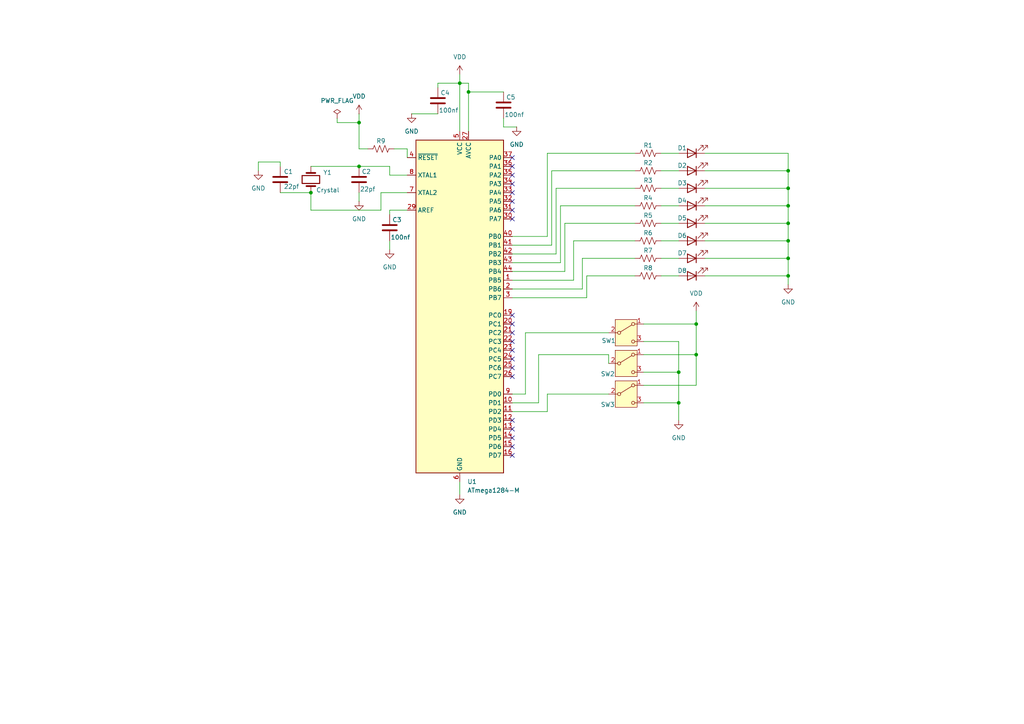
<source format=kicad_sch>
(kicad_sch (version 20231120) (generator "eeschema") (generator_version "8.0")
  (paper "A4")
  (lib_symbols
    (symbol "Device:C" (pin_numbers hide) (pin_names (offset 0.254))
      (property "Reference" "C" (at 0.635 2.54 0))
      (property "Value" "C" (at 0.635 -2.54 0))
      (symbol "C_0_1"
        (polyline (pts (xy -2.032 -0.762) (xy 2.032 -0.762)) (stroke (width 0.508)))
        (polyline (pts (xy -2.032 0.762) (xy 2.032 0.762)) (stroke (width 0.508)))
      )
      (symbol "C_1_1"
        (pin passive line (at 0 3.81 270) (length 2.794) (name "~") (number "1"))
        (pin passive line (at 0 -3.81 90) (length 2.794) (name "~") (number "2"))
      )
    )
    (symbol "Device:Crystal" (pin_numbers hide) (pin_names (offset 1.016) hide)
      (property "Reference" "Y" (at 0 3.81 0))
      (property "Value" "Crystal" (at 0 -3.81 0))
      (symbol "Crystal_0_1"
        (rectangle (start -1.143 2.54) (end 1.143 -2.54) (stroke (width 0.3048)))
        (polyline (pts (xy -2.54 0) (xy -1.905 0)))
        (polyline (pts (xy -1.905 -1.27) (xy -1.905 1.27)) (stroke (width 0.508)))
        (polyline (pts (xy 1.905 -1.27) (xy 1.905 1.27)) (stroke (width 0.508)))
        (polyline (pts (xy 2.54 0) (xy 1.905 0)))
      )
      (symbol "Crystal_1_1"
        (pin passive line (at -3.81 0 0) (length 1.27) (name "1") (number "1"))
        (pin passive line (at 3.81 0 180) (length 1.27) (name "2") (number "2"))
      )
    )
    (symbol "Device:LED" (pin_numbers hide) (pin_names (offset 1.016) hide)
      (property "Reference" "D" (at 0 2.54 0))
      (property "Value" "LED" (at 0 -2.54 0))
      (symbol "LED_0_1"
        (polyline (pts (xy -1.27 -1.27) (xy -1.27 1.27)) (stroke (width 0.254)))
        (polyline (pts (xy -1.27 0) (xy 1.27 0)))
        (polyline (pts (xy 1.27 -1.27) (xy 1.27 1.27) (xy -1.27 0) (xy 1.27 -1.27)) (stroke (width 0.254)))
        (polyline (pts (xy -3.048 -0.762) (xy -4.572 -2.286) (xy -3.81 -2.286) (xy -4.572 -2.286) (xy -4.572 -1.524)))
        (polyline (pts (xy -1.778 -0.762) (xy -3.302 -2.286) (xy -2.54 -2.286) (xy -3.302 -2.286) (xy -3.302 -1.524)))
      )
      (symbol "LED_1_1"
        (pin passive line (at -3.81 0 0) (length 2.54) (name "K") (number "1"))
        (pin passive line (at 3.81 0 180) (length 2.54) (name "A") (number "2"))
      )
    )
    (symbol "Device:R_US" (pin_numbers hide) (pin_names (offset 0))
      (property "Reference" "R" (at 2.54 0 90))
      (property "Value" "R_US" (at -2.54 0 90))
      (symbol "R_US_0_1"
        (polyline (pts (xy 0 -2.286) (xy 0 -2.54)))
        (polyline (pts (xy 0 2.286) (xy 0 2.54)))
        (polyline (pts (xy 0 -0.762) (xy 1.016 -1.143) (xy 0 -1.524) (xy -1.016 -1.905) (xy 0 -2.286)))
        (polyline (pts (xy 0 0.762) (xy 1.016 0.381) (xy 0 0) (xy -1.016 -0.381) (xy 0 -0.762)))
        (polyline (pts (xy 0 2.286) (xy 1.016 1.905) (xy 0 1.524) (xy -1.016 1.143) (xy 0 0.762)))
      )
      (symbol "R_US_1_1"
        (pin passive line (at 0 3.81 270) (length 1.27) (name "~") (number "1"))
        (pin passive line (at 0 -3.81 90) (length 1.27) (name "~") (number "2"))
      )
    )
    (symbol "MCU_Microchip_ATmega:ATmega1284-M"
      (property "Reference" "U" (at -12.7 49.53 0))
      (property "Value" "ATmega1284-M" (at 2.54 -49.53 0))
      (symbol "ATmega1284-M_0_1"
        (rectangle (start -12.7 -48.26) (end 12.7 48.26) (stroke (width 0.254)) (fill (type background)))
      )
      (symbol "ATmega1284-M_1_1"
        (pin bidirectional line (at 15.24 7.62 180) (length 2.54) (name "PB5") (number "1"))
        (pin bidirectional line (at 15.24 -27.94 180) (length 2.54) (name "PD1") (number "10"))
        (pin bidirectional line (at 15.24 -30.48 180) (length 2.54) (name "PD2") (number "11"))
        (pin bidirectional line (at 15.24 -33.02 180) (length 2.54) (name "PD3") (number "12"))
        (pin bidirectional line (at 15.24 -35.56 180) (length 2.54) (name "PD4") (number "13"))
        (pin bidirectional line (at 15.24 -38.1 180) (length 2.54) (name "PD5") (number "14"))
        (pin bidirectional line (at 15.24 -40.64 180) (length 2.54) (name "PD6") (number "15"))
        (pin bidirectional line (at 15.24 -43.18 180) (length 2.54) (name "PD7") (number "16"))
        (pin passive line (at 0 50.8 270) (length 2.54) hide (name "VCC") (number "17"))
        (pin passive line (at 0 -50.8 90) (length 2.54) hide (name "GND") (number "18"))
        (pin bidirectional line (at 15.24 -2.54 180) (length 2.54) (name "PC0") (number "19"))
        (pin bidirectional line (at 15.24 5.08 180) (length 2.54) (name "PB6") (number "2"))
        (pin bidirectional line (at 15.24 -5.08 180) (length 2.54) (name "PC1") (number "20"))
        (pin bidirectional line (at 15.24 -7.62 180) (length 2.54) (name "PC2") (number "21"))
        (pin bidirectional line (at 15.24 -10.16 180) (length 2.54) (name "PC3") (number "22"))
        (pin bidirectional line (at 15.24 -12.7 180) (length 2.54) (name "PC4") (number "23"))
        (pin bidirectional line (at 15.24 -15.24 180) (length 2.54) (name "PC5") (number "24"))
        (pin bidirectional line (at 15.24 -17.78 180) (length 2.54) (name "PC6") (number "25"))
        (pin bidirectional line (at 15.24 -20.32 180) (length 2.54) (name "PC7") (number "26"))
        (pin power_in line (at 2.54 50.8 270) (length 2.54) (name "AVCC") (number "27"))
        (pin passive line (at 0 -50.8 90) (length 2.54) hide (name "GND") (number "28"))
        (pin passive line (at -15.24 27.94 0) (length 2.54) (name "AREF") (number "29"))
        (pin bidirectional line (at 15.24 2.54 180) (length 2.54) (name "PB7") (number "3"))
        (pin bidirectional line (at 15.24 25.4 180) (length 2.54) (name "PA7") (number "30"))
        (pin bidirectional line (at 15.24 27.94 180) (length 2.54) (name "PA6") (number "31"))
        (pin bidirectional line (at 15.24 30.48 180) (length 2.54) (name "PA5") (number "32"))
        (pin bidirectional line (at 15.24 33.02 180) (length 2.54) (name "PA4") (number "33"))
        (pin bidirectional line (at 15.24 35.56 180) (length 2.54) (name "PA3") (number "34"))
        (pin bidirectional line (at 15.24 38.1 180) (length 2.54) (name "PA2") (number "35"))
        (pin bidirectional line (at 15.24 40.64 180) (length 2.54) (name "PA1") (number "36"))
        (pin bidirectional line (at 15.24 43.18 180) (length 2.54) (name "PA0") (number "37"))
        (pin passive line (at 0 50.8 270) (length 2.54) hide (name "VCC") (number "38"))
        (pin passive line (at 0 -50.8 90) (length 2.54) hide (name "GND") (number "39"))
        (pin input line (at -15.24 43.18 0) (length 2.54) (name "~{RESET}") (number "4"))
        (pin bidirectional line (at 15.24 20.32 180) (length 2.54) (name "PB0") (number "40"))
        (pin bidirectional line (at 15.24 17.78 180) (length 2.54) (name "PB1") (number "41"))
        (pin bidirectional line (at 15.24 15.24 180) (length 2.54) (name "PB2") (number "42"))
        (pin bidirectional line (at 15.24 12.7 180) (length 2.54) (name "PB3") (number "43"))
        (pin bidirectional line (at 15.24 10.16 180) (length 2.54) (name "PB4") (number "44"))
        (pin passive line (at 0 -50.8 90) (length 2.54) hide (name "GND") (number "45"))
        (pin power_in line (at 0 50.8 270) (length 2.54) (name "VCC") (number "5"))
        (pin power_in line (at 0 -50.8 90) (length 2.54) (name "GND") (number "6"))
        (pin output line (at -15.24 33.02 0) (length 2.54) (name "XTAL2") (number "7"))
        (pin input line (at -15.24 38.1 0) (length 2.54) (name "XTAL1") (number "8"))
        (pin bidirectional line (at 15.24 -25.4 180) (length 2.54) (name "PD0") (number "9"))
      )
    )
    (symbol "Switch:SW_SPDT" (pin_names (offset 0) hide)
      (property "Reference" "SW" (at 0 5.08 0))
      (property "Value" "SW_SPDT" (at 0 -5.08 0))
      (symbol "SW_SPDT_0_1"
        (circle (center -2.032 0) (radius 0.4572))
        (polyline (pts (xy -1.651 0.254) (xy 1.651 2.286)))
        (circle (center 2.032 -2.54) (radius 0.4572))
        (circle (center 2.032 2.54) (radius 0.4572))
      )
      (symbol "SW_SPDT_1_1"
        (rectangle (start -3.175 3.81) (end 3.175 -3.81) (fill (type background)))
        (pin passive line (at 5.08 2.54 180) (length 2.54) (name "A") (number "1"))
        (pin passive line (at -5.08 0 0) (length 2.54) (name "B") (number "2"))
        (pin passive line (at 5.08 -2.54 180) (length 2.54) (name "C") (number "3"))
      )
    )
    (symbol "power:GND" (power) (pin_numbers hide) (pin_names (offset 0) hide)
      (property "Value" "GND" (at 0 -3.81 0))
      (symbol "GND_0_1"
        (polyline (pts (xy 0 0) (xy 0 -1.27) (xy 1.27 -1.27) (xy 0 -2.54) (xy -1.27 -1.27) (xy 0 -1.27)))
      )
      (symbol "GND_1_1"
        (pin power_in line (at 0 0 270) (length 0) (name "~") (number "1"))
      )
    )
    (symbol "power:PWR_FLAG" (power) (pin_numbers hide) (pin_names (offset 0) hide)
      (property "Value" "PWR_FLAG" (at 0 3.81 0))
      (symbol "PWR_FLAG_0_0"
        (pin power_out line (at 0 0 90) (length 0) (name "~") (number "1"))
      )
      (symbol "PWR_FLAG_0_1"
        (polyline (pts (xy 0 0) (xy 0 1.27) (xy -1.016 1.905) (xy 0 2.54) (xy 1.016 1.905) (xy 0 1.27)))
      )
    )
    (symbol "power:VDD" (power) (pin_numbers hide) (pin_names (offset 0) hide)
      (property "Value" "VDD" (at 0 3.556 0))
      (symbol "VDD_0_1"
        (polyline (pts (xy -0.762 1.27) (xy 0 2.54)))
        (polyline (pts (xy 0 0) (xy 0 2.54)))
        (polyline (pts (xy 0 2.54) (xy 0.762 1.27)))
      )
      (symbol "VDD_1_1"
        (pin power_in line (at 0 0 90) (length 0) (name "~") (number "1"))
      )
    )
  )
  (junction (at 201.93 102.87))
  (junction (at 90.17 55.88))
  (junction (at 228.6 69.85))
  (junction (at 228.6 59.69))
  (junction (at 135.89 26.67))
  (junction (at 104.14 35.56))
  (junction (at 228.6 80.01))
  (junction (at 201.93 93.98))
  (junction (at 228.6 74.93))
  (junction (at 196.85 107.95))
  (junction (at 228.6 49.53))
  (junction (at 228.6 54.61))
  (junction (at 104.14 48.26))
  (junction (at 228.6 64.77))
  (junction (at 196.85 116.84))
  (junction (at 133.35 24.13))
  (no_connect (at 148.59 109.22))
  (no_connect (at 148.59 104.14))
  (no_connect (at 148.59 121.92))
  (no_connect (at 148.59 129.54))
  (no_connect (at 148.59 48.26))
  (no_connect (at 148.59 50.8))
  (no_connect (at 148.59 127))
  (no_connect (at 148.59 99.06))
  (no_connect (at 148.59 58.42))
  (no_connect (at 148.59 45.72))
  (no_connect (at 148.59 106.68))
  (no_connect (at 148.59 91.44))
  (no_connect (at 148.59 124.46))
  (no_connect (at 148.59 93.98))
  (no_connect (at 148.59 60.96))
  (no_connect (at 148.59 132.08))
  (no_connect (at 148.59 96.52))
  (no_connect (at 148.59 63.5))
  (no_connect (at 148.59 101.6))
  (no_connect (at 148.59 55.88))
  (no_connect (at 148.59 53.34))
  (wire (pts (xy 110.49 60.96) (xy 90.17 60.96)))
  (wire (pts (xy 148.59 114.3) (xy 152.4 114.3)))
  (wire (pts (xy 201.93 102.87) (xy 201.93 93.98)))
  (wire (pts (xy 186.69 102.87) (xy 201.93 102.87)))
  (wire (pts (xy 104.14 55.88) (xy 104.14 58.42)))
  (wire (pts (xy 133.35 139.7) (xy 133.35 143.51)))
  (wire (pts (xy 118.11 50.8) (xy 113.03 50.8)))
  (wire (pts (xy 148.59 71.12) (xy 160.02 71.12)))
  (wire (pts (xy 204.47 59.69) (xy 228.6 59.69)))
  (wire (pts (xy 191.77 59.69) (xy 196.85 59.69)))
  (wire (pts (xy 113.03 62.23) (xy 113.03 60.96)))
  (wire (pts (xy 118.11 55.88) (xy 110.49 55.88)))
  (wire (pts (xy 161.29 73.66) (xy 148.59 73.66)))
  (wire (pts (xy 228.6 74.93) (xy 228.6 69.85)))
  (wire (pts (xy 148.59 76.2) (xy 162.56 76.2)))
  (wire (pts (xy 191.77 69.85) (xy 196.85 69.85)))
  (wire (pts (xy 97.79 35.56) (xy 104.14 35.56)))
  (wire (pts (xy 135.89 24.13) (xy 135.89 26.67)))
  (wire (pts (xy 168.91 74.93) (xy 168.91 83.82)))
  (wire (pts (xy 161.29 54.61) (xy 161.29 73.66)))
  (wire (pts (xy 166.37 69.85) (xy 184.15 69.85)))
  (wire (pts (xy 201.93 111.76) (xy 201.93 102.87)))
  (wire (pts (xy 127 25.4) (xy 127 24.13)))
  (wire (pts (xy 113.03 69.85) (xy 113.03 72.39)))
  (wire (pts (xy 135.89 38.1) (xy 135.89 26.67)))
  (wire (pts (xy 158.75 119.38) (xy 158.75 114.3)))
  (wire (pts (xy 163.83 78.74) (xy 148.59 78.74)))
  (wire (pts (xy 118.11 43.18) (xy 114.3 43.18)))
  (wire (pts (xy 81.28 55.88) (xy 90.17 55.88)))
  (wire (pts (xy 196.85 107.95) (xy 186.69 107.95)))
  (wire (pts (xy 204.47 49.53) (xy 228.6 49.53)))
  (wire (pts (xy 228.6 82.55) (xy 228.6 80.01)))
  (wire (pts (xy 168.91 83.82) (xy 148.59 83.82)))
  (wire (pts (xy 118.11 45.72) (xy 118.11 43.18)))
  (wire (pts (xy 81.28 46.99) (xy 81.28 48.26)))
  (wire (pts (xy 176.53 102.87) (xy 176.53 105.41)))
  (wire (pts (xy 156.21 102.87) (xy 156.21 116.84)))
  (wire (pts (xy 152.4 96.52) (xy 176.53 96.52)))
  (wire (pts (xy 160.02 71.12) (xy 160.02 49.53)))
  (wire (pts (xy 74.93 46.99) (xy 81.28 46.99)))
  (wire (pts (xy 158.75 114.3) (xy 176.53 114.3)))
  (wire (pts (xy 148.59 119.38) (xy 158.75 119.38)))
  (wire (pts (xy 162.56 59.69) (xy 184.15 59.69)))
  (wire (pts (xy 113.03 60.96) (xy 118.11 60.96)))
  (wire (pts (xy 135.89 24.13) (xy 133.35 24.13)))
  (wire (pts (xy 158.75 68.58) (xy 148.59 68.58)))
  (wire (pts (xy 228.6 49.53) (xy 228.6 44.45)))
  (wire (pts (xy 191.77 54.61) (xy 196.85 54.61)))
  (wire (pts (xy 104.14 35.56) (xy 104.14 33.02)))
  (wire (pts (xy 184.15 64.77) (xy 163.83 64.77)))
  (wire (pts (xy 184.15 74.93) (xy 168.91 74.93)))
  (wire (pts (xy 110.49 55.88) (xy 110.49 60.96)))
  (wire (pts (xy 191.77 64.77) (xy 196.85 64.77)))
  (wire (pts (xy 228.6 54.61) (xy 228.6 49.53)))
  (wire (pts (xy 148.59 86.36) (xy 170.18 86.36)))
  (wire (pts (xy 196.85 121.92) (xy 196.85 116.84)))
  (wire (pts (xy 228.6 80.01) (xy 228.6 74.93)))
  (wire (pts (xy 152.4 114.3) (xy 152.4 96.52)))
  (wire (pts (xy 204.47 74.93) (xy 228.6 74.93)))
  (wire (pts (xy 133.35 24.13) (xy 133.35 21.59)))
  (wire (pts (xy 135.89 26.67) (xy 146.05 26.67)))
  (wire (pts (xy 133.35 38.1) (xy 133.35 24.13)))
  (wire (pts (xy 113.03 48.26) (xy 104.14 48.26)))
  (wire (pts (xy 196.85 107.95) (xy 196.85 99.06)))
  (wire (pts (xy 228.6 59.69) (xy 228.6 54.61)))
  (wire (pts (xy 170.18 86.36) (xy 170.18 80.01)))
  (wire (pts (xy 148.59 81.28) (xy 166.37 81.28)))
  (wire (pts (xy 186.69 111.76) (xy 201.93 111.76)))
  (wire (pts (xy 201.93 90.17) (xy 201.93 93.98)))
  (wire (pts (xy 163.83 64.77) (xy 163.83 78.74)))
  (wire (pts (xy 161.29 54.61) (xy 184.15 54.61)))
  (wire (pts (xy 119.38 33.02) (xy 127 33.02)))
  (wire (pts (xy 228.6 69.85) (xy 228.6 64.77)))
  (wire (pts (xy 106.68 43.18) (xy 104.14 43.18)))
  (wire (pts (xy 196.85 99.06) (xy 186.69 99.06)))
  (wire (pts (xy 184.15 44.45) (xy 158.75 44.45)))
  (wire (pts (xy 149.86 36.83) (xy 146.05 36.83)))
  (wire (pts (xy 204.47 80.01) (xy 228.6 80.01)))
  (wire (pts (xy 90.17 48.26) (xy 104.14 48.26)))
  (wire (pts (xy 191.77 49.53) (xy 196.85 49.53)))
  (wire (pts (xy 204.47 64.77) (xy 228.6 64.77)))
  (wire (pts (xy 191.77 74.93) (xy 196.85 74.93)))
  (wire (pts (xy 104.14 43.18) (xy 104.14 35.56)))
  (wire (pts (xy 201.93 93.98) (xy 186.69 93.98)))
  (wire (pts (xy 97.79 34.29) (xy 97.79 35.56)))
  (wire (pts (xy 228.6 64.77) (xy 228.6 59.69)))
  (wire (pts (xy 113.03 50.8) (xy 113.03 48.26)))
  (wire (pts (xy 186.69 116.84) (xy 196.85 116.84)))
  (wire (pts (xy 191.77 44.45) (xy 196.85 44.45)))
  (wire (pts (xy 146.05 36.83) (xy 146.05 34.29)))
  (wire (pts (xy 176.53 102.87) (xy 156.21 102.87)))
  (wire (pts (xy 162.56 76.2) (xy 162.56 59.69)))
  (wire (pts (xy 160.02 49.53) (xy 184.15 49.53)))
  (wire (pts (xy 228.6 44.45) (xy 204.47 44.45)))
  (wire (pts (xy 204.47 54.61) (xy 228.6 54.61)))
  (wire (pts (xy 156.21 116.84) (xy 148.59 116.84)))
  (wire (pts (xy 191.77 80.01) (xy 196.85 80.01)))
  (wire (pts (xy 166.37 81.28) (xy 166.37 69.85)))
  (wire (pts (xy 90.17 60.96) (xy 90.17 55.88)))
  (wire (pts (xy 196.85 116.84) (xy 196.85 107.95)))
  (wire (pts (xy 127 24.13) (xy 133.35 24.13)))
  (wire (pts (xy 170.18 80.01) (xy 184.15 80.01)))
  (wire (pts (xy 204.47 69.85) (xy 228.6 69.85)))
  (wire (pts (xy 158.75 44.45) (xy 158.75 68.58)))
  (wire (pts (xy 74.93 49.53) (xy 74.93 46.99)))
  (symbol (lib_id "MCU_Microchip_ATmega:ATmega1284-M") (at 133.35 88.9 0) (unit 1)
    (property "Reference" "U1" (at 135.5441 139.7 0) (effects (justify left)))
    (property "Value" "ATmega1284-M" (at 135.5441 142.24 0) (effects (justify left)))
    (property "Footprint" "Package_DFN_QFN:QFN-44-1EP_7x7mm_P0.5mm_EP5.2x5.2mm" (effects (hide yes)))
    (property "Datasheet" "http://ww1.microchip.com/downloads/en/DeviceDoc/Atmel-8272-8-bit-AVR-microcontroller-ATmega164A_PA-324A_PA-644A_PA-1284_P_datasheet.pdf" (effects (hide yes)))
    (property "Description" "20MHz, 128kB Flash, 16kB SRAM, 4kB EEPROM, JTAG, QFN-44" (effects (hide yes)))
  )
  (symbol (lib_id "Device:LED") (at 200.66 64.77 180) (unit 1)
    (property "Reference" "D5" (at 197.866 63.246 0))
    (property "Value" "LED" (effects (hide yes)))
    (property "Footprint" "LED_THT:LED_D3.0mm" (effects (hide yes)))
    (property "Description" "Light emitting diode" (effects (hide yes)))
  )
  (symbol (lib_id "power:GND") (at 113.03 72.39 0) (unit 1)
    (property "Reference" "#PWR05" (effects (hide yes)))
    (property "Value" "GND" (at 113.03 77.47 0))
    (property "Description" "Power symbol creates a global label with name \"GND\" , ground" (effects (hide yes)))
  )
  (symbol (lib_id "Device:C") (at 81.28 52.07 0) (unit 1)
    (property "Reference" "C1" (at 82.296 49.784 0) (effects (justify left)))
    (property "Value" "22pf" (at 82.296 54.102 0) (effects (justify left)))
    (property "Footprint" "Capacitor_SMD:C_0201_0603Metric" (effects (hide yes)))
    (property "Description" "Unpolarized capacitor" (effects (hide yes)))
  )
  (symbol (lib_id "Device:C") (at 113.03 66.04 0) (unit 1)
    (property "Reference" "C3" (at 113.792 63.754 0) (effects (justify left)))
    (property "Value" "100nf" (at 113.284 68.834 0) (effects (justify left)))
    (property "Footprint" "Capacitor_SMD:C_0201_0603Metric" (effects (hide yes)))
    (property "Description" "Unpolarized capacitor" (effects (hide yes)))
  )
  (symbol (lib_id "Device:Crystal") (at 90.17 52.07 90) (unit 1)
    (property "Reference" "Y1" (at 93.726 50.038 90) (effects (justify right)))
    (property "Value" "Crystal" (at 91.694 55.118 90) (effects (justify right)))
    (property "Footprint" "Crystal:Crystal_SMD_EuroQuartz_EQ161-2Pin_3.2x1.5mm" (effects (hide yes)))
    (property "Description" "Two pin crystal" (effects (hide yes)))
  )
  (symbol (lib_id "power:GND") (at 74.93 49.53 0) (unit 1)
    (property "Reference" "#PWR03" (effects (hide yes)))
    (property "Value" "GND" (at 74.93 54.61 0))
    (property "Description" "Power symbol creates a global label with name \"GND\" , ground" (effects (hide yes)))
  )
  (symbol (lib_id "Device:R_US") (at 187.96 54.61 90) (unit 1)
    (property "Reference" "R3" (at 187.96 52.324 90))
    (property "Value" "10k" (effects (hide yes)))
    (property "Footprint" "Resistor_SMD:R_0402_1005Metric" (effects (hide yes)))
    (property "Description" "Resistor, US symbol" (effects (hide yes)))
  )
  (symbol (lib_id "Device:C") (at 127 29.21 0) (unit 1)
    (property "Reference" "C4" (at 127.762 26.924 0) (effects (justify left)))
    (property "Value" "100nf" (at 127.254 32.004 0) (effects (justify left)))
    (property "Footprint" "Capacitor_SMD:C_0201_0603Metric" (effects (hide yes)))
    (property "Description" "Unpolarized capacitor" (effects (hide yes)))
  )
  (symbol (lib_id "Device:LED") (at 200.66 80.01 180) (unit 1)
    (property "Reference" "D8" (at 197.866 78.486 0))
    (property "Value" "LED" (effects (hide yes)))
    (property "Footprint" "LED_THT:LED_D3.0mm" (effects (hide yes)))
    (property "Description" "Light emitting diode" (effects (hide yes)))
  )
  (symbol (lib_id "Device:LED") (at 200.66 69.85 180) (unit 1)
    (property "Reference" "D6" (at 197.866 68.326 0))
    (property "Value" "LED" (effects (hide yes)))
    (property "Footprint" "LED_THT:LED_D3.0mm" (effects (hide yes)))
    (property "Description" "Light emitting diode" (effects (hide yes)))
  )
  (symbol (lib_id "Device:R_US") (at 187.96 49.53 90) (unit 1)
    (property "Reference" "R2" (at 187.96 47.244 90))
    (property "Value" "10k" (effects (hide yes)))
    (property "Footprint" "Resistor_SMD:R_0402_1005Metric" (effects (hide yes)))
    (property "Description" "Resistor, US symbol" (effects (hide yes)))
  )
  (symbol (lib_id "Device:R_US") (at 187.96 59.69 90) (unit 1)
    (property "Reference" "R4" (at 187.96 57.404 90))
    (property "Value" "10k" (effects (hide yes)))
    (property "Footprint" "Resistor_SMD:R_0402_1005Metric" (effects (hide yes)))
    (property "Description" "Resistor, US symbol" (effects (hide yes)))
  )
  (symbol (lib_id "Device:C") (at 146.05 30.48 0) (unit 1)
    (property "Reference" "C5" (at 146.812 28.194 0) (effects (justify left)))
    (property "Value" "100nf" (at 146.304 33.274 0) (effects (justify left)))
    (property "Footprint" "Capacitor_SMD:C_0201_0603Metric" (effects (hide yes)))
    (property "Description" "Unpolarized capacitor" (effects (hide yes)))
  )
  (symbol (lib_id "power:GND") (at 196.85 121.92 0) (unit 1)
    (property "Reference" "#PWR010" (effects (hide yes)))
    (property "Value" "GND" (at 196.85 127 0))
    (property "Description" "Power symbol creates a global label with name \"GND\" , ground" (effects (hide yes)))
  )
  (symbol (lib_id "power:VDD") (at 133.35 21.59 0) (unit 1)
    (property "Reference" "#PWR06" (effects (hide yes)))
    (property "Value" "VDD" (at 133.35 16.51 0))
    (property "Description" "Power symbol creates a global label with name \"VDD\"" (effects (hide yes)))
  )
  (symbol (lib_id "Device:R_US") (at 187.96 80.01 90) (unit 1)
    (property "Reference" "R8" (at 187.96 77.724 90))
    (property "Value" "10k" (effects (hide yes)))
    (property "Footprint" "Resistor_SMD:R_0402_1005Metric" (effects (hide yes)))
    (property "Description" "Resistor, US symbol" (effects (hide yes)))
  )
  (symbol (lib_id "power:VDD") (at 104.14 33.02 0) (unit 1)
    (property "Reference" "#PWR04" (effects (hide yes)))
    (property "Value" "VDD" (at 104.14 27.94 0))
    (property "Description" "Power symbol creates a global label with name \"VDD\"" (effects (hide yes)))
  )
  (symbol (lib_id "Device:R_US") (at 187.96 44.45 90) (unit 1)
    (property "Reference" "R1" (at 187.96 42.164 90))
    (property "Value" "10k" (effects (hide yes)))
    (property "Footprint" "Resistor_SMD:R_0402_1005Metric" (effects (hide yes)))
    (property "Description" "Resistor, US symbol" (effects (hide yes)))
  )
  (symbol (lib_id "Switch:SW_SPDT") (at 181.61 96.52 0) (unit 1)
    (property "Reference" "SW1" (at 176.53 98.806 0))
    (property "Value" "SW_SPDT" (effects (hide yes)))
    (property "Footprint" "Button_Switch_THT:SW_Slide_SPDT_Straight_CK_OS102011MS2Q" (effects (hide yes)))
    (property "Description" "Switch, single pole double throw" (effects (hide yes)))
  )
  (symbol (lib_id "Device:LED") (at 200.66 74.93 180) (unit 1)
    (property "Reference" "D7" (at 197.866 73.406 0))
    (property "Value" "LED" (effects (hide yes)))
    (property "Footprint" "LED_THT:LED_D3.0mm" (effects (hide yes)))
    (property "Description" "Light emitting diode" (effects (hide yes)))
  )
  (symbol (lib_id "power:GND") (at 133.35 143.51 0) (unit 1)
    (property "Reference" "#PWR09" (effects (hide yes)))
    (property "Value" "GND" (at 133.35 148.59 0))
    (property "Description" "Power symbol creates a global label with name \"GND\" , ground" (effects (hide yes)))
  )
  (symbol (lib_id "Switch:SW_SPDT") (at 181.61 114.3 0) (unit 1)
    (property "Reference" "SW3" (at 176.276 117.348 0))
    (property "Value" "SW_SPDT" (effects (hide yes)))
    (property "Footprint" "Button_Switch_THT:SW_Slide_SPDT_Straight_CK_OS102011MS2Q" (effects (hide yes)))
    (property "Description" "Switch, single pole double throw" (effects (hide yes)))
  )
  (symbol (lib_id "Device:C") (at 104.14 52.07 0) (unit 1)
    (property "Reference" "C2" (at 104.902 49.784 0) (effects (justify left)))
    (property "Value" "22pf" (at 104.394 54.864 0) (effects (justify left)))
    (property "Footprint" "Capacitor_SMD:C_0201_0603Metric" (effects (hide yes)))
    (property "Description" "Unpolarized capacitor" (effects (hide yes)))
  )
  (symbol (lib_id "Device:LED") (at 200.66 44.45 180) (unit 1)
    (property "Reference" "D1" (at 197.866 42.926 0))
    (property "Value" "LED" (effects (hide yes)))
    (property "Footprint" "LED_THT:LED_D3.0mm" (effects (hide yes)))
    (property "Description" "Light emitting diode" (effects (hide yes)))
  )
  (symbol (lib_id "power:GND") (at 119.38 33.02 0) (unit 1)
    (property "Reference" "#PWR07" (effects (hide yes)))
    (property "Value" "GND" (at 119.38 38.1 0))
    (property "Description" "Power symbol creates a global label with name \"GND\" , ground" (effects (hide yes)))
  )
  (symbol (lib_id "Device:R_US") (at 110.49 43.18 90) (unit 1)
    (property "Reference" "R9" (at 110.49 40.894 90))
    (property "Value" "10k" (effects (hide yes)))
    (property "Footprint" "Resistor_SMD:R_0402_1005Metric" (effects (hide yes)))
    (property "Description" "Resistor, US symbol" (effects (hide yes)))
  )
  (symbol (lib_id "power:GND") (at 149.86 36.83 0) (unit 1)
    (property "Reference" "#PWR08" (effects (hide yes)))
    (property "Value" "GND" (at 149.86 41.91 0))
    (property "Description" "Power symbol creates a global label with name \"GND\" , ground" (effects (hide yes)))
  )
  (symbol (lib_id "Device:R_US") (at 187.96 74.93 90) (unit 1)
    (property "Reference" "R7" (at 187.96 72.644 90))
    (property "Value" "10k" (effects (hide yes)))
    (property "Footprint" "Resistor_SMD:R_0402_1005Metric" (effects (hide yes)))
    (property "Description" "Resistor, US symbol" (effects (hide yes)))
  )
  (symbol (lib_id "Device:LED") (at 200.66 49.53 180) (unit 1)
    (property "Reference" "D2" (at 197.866 48.006 0))
    (property "Value" "LED" (effects (hide yes)))
    (property "Footprint" "LED_THT:LED_D3.0mm" (effects (hide yes)))
    (property "Description" "Light emitting diode" (effects (hide yes)))
  )
  (symbol (lib_id "Switch:SW_SPDT") (at 181.61 105.41 0) (unit 1)
    (property "Reference" "SW2" (at 176.276 108.458 0))
    (property "Value" "SW_SPDT" (effects (hide yes)))
    (property "Footprint" "Button_Switch_THT:SW_Slide_SPDT_Straight_CK_OS102011MS2Q" (effects (hide yes)))
    (property "Description" "Switch, single pole double throw" (effects (hide yes)))
  )
  (symbol (lib_id "Device:R_US") (at 187.96 69.85 90) (unit 1)
    (property "Reference" "R6" (at 187.96 67.564 90))
    (property "Value" "10k" (effects (hide yes)))
    (property "Footprint" "Resistor_SMD:R_0402_1005Metric" (effects (hide yes)))
    (property "Description" "Resistor, US symbol" (effects (hide yes)))
  )
  (symbol (lib_id "power:GND") (at 228.6 82.55 0) (unit 1)
    (property "Reference" "#PWR01" (effects (hide yes)))
    (property "Value" "GND" (at 228.6 87.63 0))
    (property "Description" "Power symbol creates a global label with name \"GND\" , ground" (effects (hide yes)))
  )
  (symbol (lib_id "Device:LED") (at 200.66 54.61 180) (unit 1)
    (property "Reference" "D3" (at 197.866 53.086 0))
    (property "Value" "LED" (effects (hide yes)))
    (property "Footprint" "LED_THT:LED_D3.0mm" (effects (hide yes)))
    (property "Description" "Light emitting diode" (effects (hide yes)))
  )
  (symbol (lib_id "Device:R_US") (at 187.96 64.77 90) (unit 1)
    (property "Reference" "R5" (at 187.96 62.484 90))
    (property "Value" "10k" (effects (hide yes)))
    (property "Footprint" "Resistor_SMD:R_0402_1005Metric" (effects (hide yes)))
    (property "Description" "Resistor, US symbol" (effects (hide yes)))
  )
  (symbol (lib_id "power:PWR_FLAG") (at 97.79 34.29 0) (unit 1)
    (property "Reference" "#FLG01" (effects (hide yes)))
    (property "Value" "PWR_FLAG" (at 97.79 29.21 0))
    (property "Description" "Special symbol for telling ERC where power comes from" (effects (hide yes)))
  )
  (symbol (lib_id "power:VDD") (at 201.93 90.17 0) (unit 1)
    (property "Reference" "#PWR011" (effects (hide yes)))
    (property "Value" "VDD" (at 201.93 85.09 0))
    (property "Description" "Power symbol creates a global label with name \"VDD\"" (effects (hide yes)))
  )
  (symbol (lib_id "Device:LED") (at 200.66 59.69 180) (unit 1)
    (property "Reference" "D4" (at 197.866 58.166 0))
    (property "Value" "LED" (effects (hide yes)))
    (property "Footprint" "LED_THT:LED_D3.0mm_FlatTop" (effects (hide yes)))
    (property "Description" "Light emitting diode" (effects (hide yes)))
  )
  (symbol (lib_id "power:GND") (at 104.14 58.42 0) (unit 1)
    (property "Reference" "#PWR02" (effects (hide yes)))
    (property "Value" "GND" (at 104.14 63.5 0))
    (property "Description" "Power symbol creates a global label with name \"GND\" , ground" (effects (hide yes)))
  )
)
</source>
